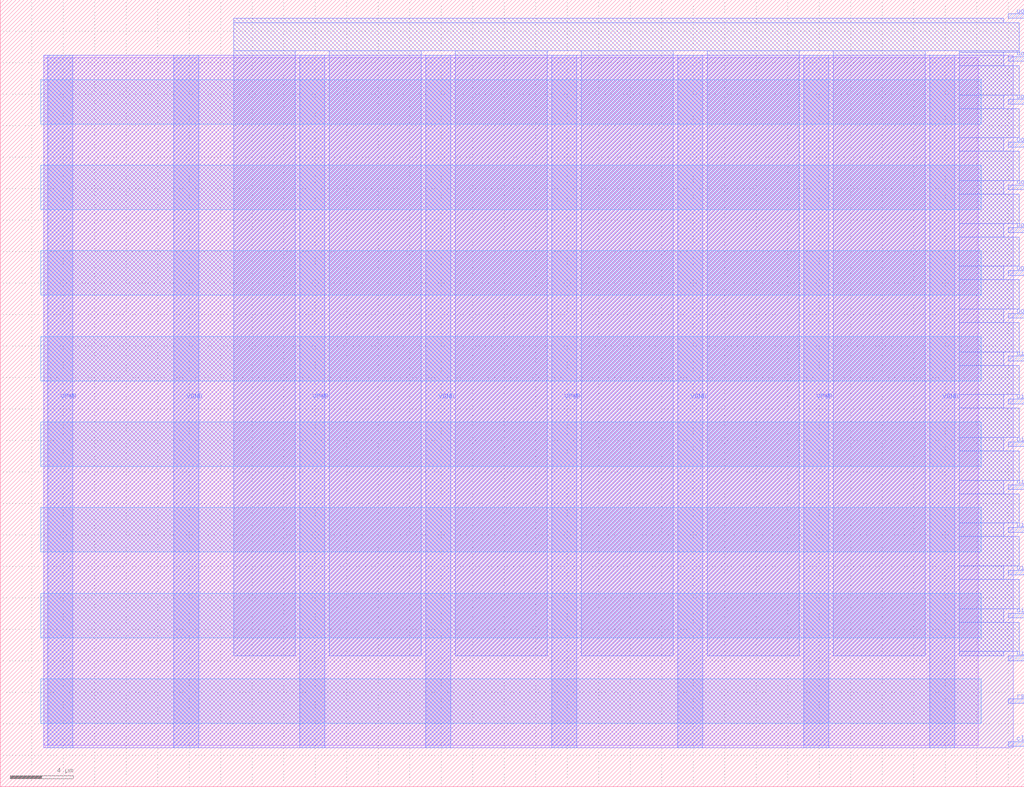
<source format=lef>
VERSION 5.7 ;
  NOWIREEXTENSIONATPIN ON ;
  DIVIDERCHAR "/" ;
  BUSBITCHARS "[]" ;
MACRO tt_um_roy1707018_tdc
  CLASS BLOCK ;
  FOREIGN tt_um_roy1707018_tdc ;
  ORIGIN 0.000 0.000 ;
  SIZE 65.000 BY 50.000 ;
  PIN VGND
    DIRECTION INOUT ;
    USE GROUND ;
    PORT
      LAYER met2 ;
        RECT 11.000 2.480 12.600 46.480 ;
    END
    PORT
      LAYER met2 ;
        RECT 27.000 2.480 28.600 46.480 ;
    END
    PORT
      LAYER met2 ;
        RECT 43.000 2.480 44.600 46.480 ;
    END
    PORT
      LAYER met2 ;
        RECT 59.000 2.480 60.600 46.480 ;
    END
  END VGND
  PIN VPWR
    DIRECTION INOUT ;
    USE POWER ;
    PORT
      LAYER met2 ;
        RECT 3.000 2.480 4.600 46.480 ;
    END
    PORT
      LAYER met2 ;
        RECT 19.000 2.480 20.600 46.480 ;
    END
    PORT
      LAYER met2 ;
        RECT 35.000 2.480 36.600 46.480 ;
    END
    PORT
      LAYER met2 ;
        RECT 51.000 2.480 52.600 46.480 ;
    END
  END VPWR
  PIN clk
    DIRECTION INPUT ;
    USE SIGNAL ;
    PORT
      LAYER met2 ;
        RECT 64.000 2.570 65.000 2.870 ;
    END
  END clk
  PIN rst_n
    DIRECTION INPUT ;
    USE SIGNAL ;
    PORT
      LAYER met2 ;
        RECT 64.000 5.290 65.000 5.590 ;
    END
  END rst_n
  PIN ui_in[0]
    DIRECTION INPUT ;
    USE SIGNAL ;
    ANTENNAGATEAREA 0.196500 ;
    PORT
      LAYER met2 ;
        RECT 64.000 8.010 65.000 8.310 ;
    END
  END ui_in[0]
  PIN ui_in[1]
    DIRECTION INPUT ;
    USE SIGNAL ;
    ANTENNAGATEAREA 0.196500 ;
    PORT
      LAYER met2 ;
        RECT 64.000 10.730 65.000 11.030 ;
    END
  END ui_in[1]
  PIN ui_in[2]
    DIRECTION INPUT ;
    USE SIGNAL ;
    PORT
      LAYER met2 ;
        RECT 64.000 13.450 65.000 13.750 ;
    END
  END ui_in[2]
  PIN ui_in[3]
    DIRECTION INPUT ;
    USE SIGNAL ;
    ANTENNAGATEAREA 0.213000 ;
    PORT
      LAYER met2 ;
        RECT 64.000 16.170 65.000 16.470 ;
    END
  END ui_in[3]
  PIN ui_in[4]
    DIRECTION INPUT ;
    USE SIGNAL ;
    PORT
      LAYER met2 ;
        RECT 64.000 18.890 65.000 19.190 ;
    END
  END ui_in[4]
  PIN ui_in[5]
    DIRECTION INPUT ;
    USE SIGNAL ;
    PORT
      LAYER met2 ;
        RECT 64.000 21.610 65.000 21.910 ;
    END
  END ui_in[5]
  PIN ui_in[6]
    DIRECTION INPUT ;
    USE SIGNAL ;
    PORT
      LAYER met2 ;
        RECT 64.000 24.330 65.000 24.630 ;
    END
  END ui_in[6]
  PIN ui_in[7]
    DIRECTION INPUT ;
    USE SIGNAL ;
    PORT
      LAYER met2 ;
        RECT 64.000 27.050 65.000 27.350 ;
    END
  END ui_in[7]
  PIN uo_out[0]
    DIRECTION OUTPUT ;
    USE SIGNAL ;
    ANTENNADIFFAREA 0.891000 ;
    PORT
      LAYER met2 ;
        RECT 64.000 29.770 65.000 30.070 ;
    END
  END uo_out[0]
  PIN uo_out[1]
    DIRECTION OUTPUT ;
    USE SIGNAL ;
    ANTENNADIFFAREA 0.891000 ;
    PORT
      LAYER met2 ;
        RECT 64.000 32.490 65.000 32.790 ;
    END
  END uo_out[1]
  PIN uo_out[2]
    DIRECTION OUTPUT ;
    USE SIGNAL ;
    ANTENNADIFFAREA 0.891000 ;
    PORT
      LAYER met2 ;
        RECT 64.000 35.210 65.000 35.510 ;
    END
  END uo_out[2]
  PIN uo_out[3]
    DIRECTION OUTPUT ;
    USE SIGNAL ;
    ANTENNADIFFAREA 0.891000 ;
    PORT
      LAYER met2 ;
        RECT 64.000 37.930 65.000 38.230 ;
    END
  END uo_out[3]
  PIN uo_out[4]
    DIRECTION OUTPUT ;
    USE SIGNAL ;
    ANTENNADIFFAREA 0.891000 ;
    PORT
      LAYER met2 ;
        RECT 64.000 40.650 65.000 40.950 ;
    END
  END uo_out[4]
  PIN uo_out[5]
    DIRECTION OUTPUT ;
    USE SIGNAL ;
    ANTENNADIFFAREA 0.891000 ;
    PORT
      LAYER met2 ;
        RECT 64.000 43.370 65.000 43.670 ;
    END
  END uo_out[5]
  PIN uo_out[6]
    DIRECTION OUTPUT ;
    USE SIGNAL ;
    ANTENNADIFFAREA 0.891000 ;
    PORT
      LAYER met2 ;
        RECT 64.000 46.090 65.000 46.390 ;
    END
  END uo_out[6]
  PIN uo_out[7]
    DIRECTION OUTPUT ;
    USE SIGNAL ;
    ANTENNADIFFAREA 0.891000 ;
    PORT
      LAYER met2 ;
        RECT 64.000 48.810 65.000 49.110 ;
    END
  END uo_out[7]
  OBS
      LAYER nwell ;
        RECT 2.570 42.105 62.290 44.935 ;
        RECT 2.570 36.665 62.290 39.495 ;
        RECT 2.570 31.225 62.290 34.055 ;
        RECT 2.570 25.785 62.290 28.615 ;
        RECT 2.570 20.345 62.290 23.175 ;
        RECT 2.570 14.905 62.290 17.735 ;
        RECT 2.570 9.465 62.290 12.295 ;
        RECT 2.570 4.025 62.290 6.855 ;
      LAYER li1 ;
        RECT 2.760 2.635 62.100 46.325 ;
      LAYER met1 ;
        RECT 2.760 2.480 64.330 46.480 ;
      LAYER met2 ;
        RECT 14.820 48.530 63.720 48.810 ;
        RECT 14.820 46.760 64.700 48.530 ;
        RECT 14.820 8.310 18.720 46.760 ;
        RECT 20.880 8.310 26.720 46.760 ;
        RECT 28.880 8.310 34.720 46.760 ;
        RECT 36.880 8.310 42.720 46.760 ;
        RECT 44.880 8.310 50.720 46.760 ;
        RECT 52.880 8.310 58.720 46.760 ;
        RECT 60.880 46.670 64.700 46.760 ;
        RECT 60.880 45.810 63.720 46.670 ;
        RECT 60.880 43.950 64.700 45.810 ;
        RECT 60.880 43.090 63.720 43.950 ;
        RECT 60.880 41.230 64.700 43.090 ;
        RECT 60.880 40.370 63.720 41.230 ;
        RECT 60.880 38.510 64.700 40.370 ;
        RECT 60.880 37.650 63.720 38.510 ;
        RECT 60.880 35.790 64.700 37.650 ;
        RECT 60.880 34.930 63.720 35.790 ;
        RECT 60.880 33.070 64.700 34.930 ;
        RECT 60.880 32.210 63.720 33.070 ;
        RECT 60.880 30.350 64.700 32.210 ;
        RECT 60.880 29.490 63.720 30.350 ;
        RECT 60.880 27.630 64.700 29.490 ;
        RECT 60.880 26.770 63.720 27.630 ;
        RECT 60.880 24.910 64.700 26.770 ;
        RECT 60.880 24.050 63.720 24.910 ;
        RECT 60.880 22.190 64.700 24.050 ;
        RECT 60.880 21.330 63.720 22.190 ;
        RECT 60.880 19.470 64.700 21.330 ;
        RECT 60.880 18.610 63.720 19.470 ;
        RECT 60.880 16.750 64.700 18.610 ;
        RECT 60.880 15.890 63.720 16.750 ;
        RECT 60.880 14.030 64.700 15.890 ;
        RECT 60.880 13.170 63.720 14.030 ;
        RECT 60.880 11.310 64.700 13.170 ;
        RECT 60.880 10.450 63.720 11.310 ;
        RECT 60.880 8.590 64.700 10.450 ;
        RECT 60.880 8.310 63.720 8.590 ;
  END
END tt_um_roy1707018_tdc
END LIBRARY


</source>
